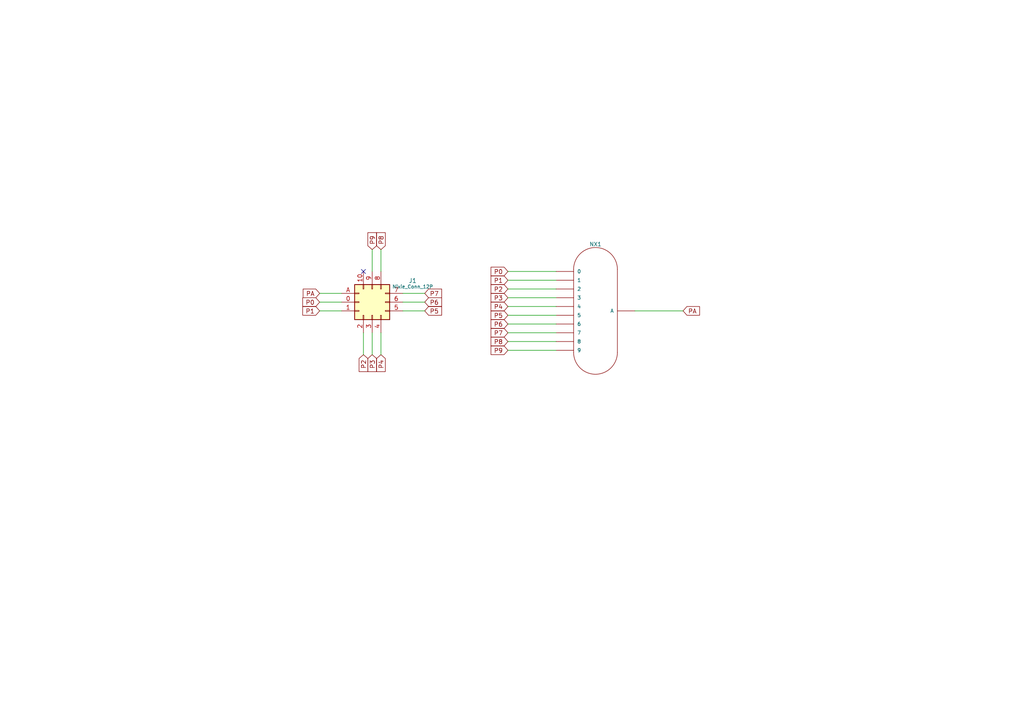
<source format=kicad_sch>
(kicad_sch (version 20230121) (generator eeschema)
  (paper "A4")
  (title_block (title "OpenNixie") (date "2023-02-15") (rev "v2.0"))
  (lib_symbols
    (symbol "Nixie_Clock:IN-12A" (pin_numbers hide) (pin_names (offset 1.016))
      (property "Reference" "NX" (at -5.715 19.685 0))
      (symbol "IN-12A_1_0"
        (polyline (pts (xy -7.62 -12.065) (xy -7.62 12.065)))
        (polyline (pts (xy 5.08 -12.065) (xy 5.08 12.065)))
      )
      (symbol "IN-12A_1_1"
        (arc (start -7.62 -12.065) (mid -1.27 -18.3874) (end 5.08 -12.065))
        (arc (start 5.08 12.065) (mid -1.27 18.3874) (end -7.62 12.065))
        (pin bidirectional line (at -12.7 11.43 0) (length 5.08) (name "0") (number "0"))
        (pin bidirectional line (at -12.7 8.89 0) (length 5.08) (name "1") (number "1"))
        (pin bidirectional line (at -12.7 6.35 0) (length 5.08) (name "2") (number "2"))
        (pin bidirectional line (at -12.7 3.81 0) (length 5.08) (name "3") (number "3"))
        (pin bidirectional line (at -12.7 1.27 0) (length 5.08) (name "4") (number "4"))
        (pin bidirectional line (at -12.7 -1.27 0) (length 5.08) (name "5") (number "5"))
        (pin bidirectional line (at -12.7 -3.81 0) (length 5.08) (name "6") (number "6"))
        (pin bidirectional line (at -12.7 -6.35 0) (length 5.08) (name "7") (number "7"))
        (pin bidirectional line (at -12.7 -8.89 0) (length 5.08) (name "8") (number "8"))
        (pin bidirectional line (at -12.7 -11.43 0) (length 5.08) (name "9") (number "9"))
        (pin bidirectional line (at 10.16 0 180) (length 5.08) (name "A") (number "A"))
      )
    )
    (symbol "Nixie_Clock:Nixie_Conn_12P" (pin_names (offset 1.016) hide)
      (property "Reference" "J" (at 19.05 1.27 0))
      (property "Value" "Nixie_Conn_12P" (at 19.05 -1.27 0))
      (symbol "Nixie_Conn_12P_1_1"
        (rectangle (start -5.08 -2.413) (end -3.81 -2.667) (stroke (width 0.1524)))
        (rectangle (start -5.08 0.127) (end -3.81 -0.127) (stroke (width 0.1524)))
        (rectangle (start -5.08 2.667) (end -3.81 2.413) (stroke (width 0.1524)))
        (rectangle (start -5.08 5.08) (end 5.08 -5.08) (stroke (width 0.254)) (fill (type background)))
        (rectangle (start -2.413 -3.81) (end -2.667 -5.08) (stroke (width 0.1524)))
        (rectangle (start -2.413 5.08) (end -2.667 3.81) (stroke (width 0.1524)))
        (rectangle (start 0.127 -3.81) (end -0.127 -5.08) (stroke (width 0.1524)))
        (rectangle (start 0.127 5.08) (end -0.127 3.81) (stroke (width 0.1524)))
        (rectangle (start 2.667 -3.81) (end 2.413 -5.08) (stroke (width 0.1524)))
        (rectangle (start 2.667 5.08) (end 2.413 3.81) (stroke (width 0.1524)))
        (rectangle (start 5.08 -2.667) (end 3.81 -2.413) (stroke (width 0.1524)))
        (rectangle (start 5.08 -0.127) (end 3.81 0.127) (stroke (width 0.1524)))
        (rectangle (start 5.08 2.413) (end 3.81 2.667) (stroke (width 0.1524)))
        (pin bidirectional line (at -8.89 0 0) (length 3.81) (name "0") (number "0"))
        (pin bidirectional line (at -8.89 -2.54 0) (length 3.81) (name "1") (number "1"))
        (pin bidirectional line (at -2.54 8.89 270) (length 3.81) (name "10") (number "10"))
        (pin bidirectional line (at -2.54 -8.89 90) (length 3.81) (name "2") (number "2"))
        (pin passive line (at 0 -8.89 90) (length 3.81) (name "3") (number "3"))
        (pin bidirectional line (at 2.54 -8.89 90) (length 3.81) (name "4") (number "4"))
        (pin bidirectional line (at 8.89 -2.54 180) (length 3.81) (name "5") (number "5"))
        (pin bidirectional line (at 8.89 0 180) (length 3.81) (name "6") (number "6"))
        (pin bidirectional line (at 8.89 2.54 180) (length 3.81) (name "7") (number "7"))
        (pin bidirectional line (at 2.54 8.89 270) (length 3.81) (name "8") (number "8"))
        (pin bidirectional line (at 0 8.89 270) (length 3.81) (name "9") (number "9"))
        (pin bidirectional line (at -8.89 2.54 0) (length 3.81) (name "A") (number "A"))
      )
    )
  )
  (no_connect (at 105.41 78.74))
  (wire (pts (xy 147.32 99.06) (xy 161.29 99.06)))
  (wire (pts (xy 147.32 88.9) (xy 161.29 88.9)))
  (wire (pts (xy 105.41 96.52) (xy 105.41 102.87)))
  (wire (pts (xy 147.32 91.44) (xy 161.29 91.44)))
  (wire (pts (xy 92.71 90.17) (xy 99.06 90.17)))
  (wire (pts (xy 107.95 72.39) (xy 107.95 78.74)))
  (wire (pts (xy 92.71 87.63) (xy 99.06 87.63)))
  (wire (pts (xy 147.32 78.74) (xy 161.29 78.74)))
  (wire (pts (xy 123.19 85.09) (xy 116.84 85.09)))
  (wire (pts (xy 184.15 90.17) (xy 198.12 90.17)))
  (wire (pts (xy 147.32 93.98) (xy 161.29 93.98)))
  (wire (pts (xy 123.19 87.63) (xy 116.84 87.63)))
  (wire (pts (xy 147.32 83.82) (xy 161.29 83.82)))
  (wire (pts (xy 110.49 96.52) (xy 110.49 102.87)))
  (wire (pts (xy 99.06 85.09) (xy 92.71 85.09)))
  (wire (pts (xy 147.32 81.28) (xy 161.29 81.28)))
  (wire (pts (xy 147.32 96.52) (xy 161.29 96.52)))
  (wire (pts (xy 147.32 101.6) (xy 161.29 101.6)))
  (wire (pts (xy 147.32 86.36) (xy 161.29 86.36)))
  (wire (pts (xy 123.19 90.17) (xy 116.84 90.17)))
  (wire (pts (xy 107.95 96.52) (xy 107.95 102.87)))
  (wire (pts (xy 110.49 72.39) (xy 110.49 78.74)))
  (global_label "P0" (shape input) (at 92.71 87.63 180) (property "Intersheetrefs" "${INTERSHEET_REFS}" (effects hide)))
  (global_label "P5" (shape input) (at 123.19 90.17 0) (property "Intersheetrefs" "${INTERSHEET_REFS}" (effects hide)))
  (global_label "P7" (shape input) (at 147.32 96.52 180) (property "Intersheetrefs" "${INTERSHEET_REFS}" (effects hide)))
  (global_label "P9" (shape input) (at 147.32 101.6 180) (property "Intersheetrefs" "${INTERSHEET_REFS}" (effects hide)))
  (global_label "P6" (shape input) (at 123.19 87.63 0) (property "Intersheetrefs" "${INTERSHEET_REFS}" (effects hide)))
  (global_label "P5" (shape input) (at 147.32 91.44 180) (property "Intersheetrefs" "${INTERSHEET_REFS}" (effects hide)))
  (global_label "P7" (shape input) (at 123.19 85.09 0) (property "Intersheetrefs" "${INTERSHEET_REFS}" (effects hide)))
  (global_label "P8" (shape input) (at 147.32 99.06 180) (property "Intersheetrefs" "${INTERSHEET_REFS}" (effects hide)))
  (global_label "P6" (shape input) (at 147.32 93.98 180) (property "Intersheetrefs" "${INTERSHEET_REFS}" (effects hide)))
  (global_label "PA" (shape input) (at 198.12 90.17 0) (property "Intersheetrefs" "${INTERSHEET_REFS}" (effects hide)))
  (global_label "P3" (shape input) (at 107.95 102.87 270) (property "Intersheetrefs" "${INTERSHEET_REFS}" (effects hide)))
  (global_label "PA" (shape input) (at 92.71 85.09 180) (property "Intersheetrefs" "${INTERSHEET_REFS}" (effects hide)))
  (global_label "P9" (shape input) (at 107.95 72.39 90) (property "Intersheetrefs" "${INTERSHEET_REFS}" (effects hide)))
  (global_label "P1" (shape input) (at 92.71 90.17 180) (property "Intersheetrefs" "${INTERSHEET_REFS}" (effects hide)))
  (global_label "P1" (shape input) (at 147.32 81.28 180) (property "Intersheetrefs" "${INTERSHEET_REFS}" (effects hide)))
  (global_label "P4" (shape input) (at 147.32 88.9 180) (property "Intersheetrefs" "${INTERSHEET_REFS}" (effects hide)))
  (global_label "P4" (shape input) (at 110.49 102.87 270) (property "Intersheetrefs" "${INTERSHEET_REFS}" (effects hide)))
  (global_label "P8" (shape input) (at 110.49 72.39 90) (property "Intersheetrefs" "${INTERSHEET_REFS}" (effects hide)))
  (global_label "P3" (shape input) (at 147.32 86.36 180) (property "Intersheetrefs" "${INTERSHEET_REFS}" (effects hide)))
  (global_label "P0" (shape input) (at 147.32 78.74 180) (property "Intersheetrefs" "${INTERSHEET_REFS}" (effects hide)))
  (global_label "P2" (shape input) (at 105.41 102.87 270) (property "Intersheetrefs" "${INTERSHEET_REFS}" (effects hide)))
  (global_label "P2" (shape input) (at 147.32 83.82 180) (property "Intersheetrefs" "${INTERSHEET_REFS}" (effects hide)))
  (symbol (lib_id "Nixie_Clock:Nixie_Conn_12P") (at 107.95 87.63 0) (unit 1)
    (property "Reference" "J1" (at 119.697 81.4183 0))
    (property "Value" "Nixie_Conn_12P" (at 119.697 83.1559 0) (effects (font (size 0.9906 0.9906))))
    (property "Footprint" "Nixie_Clock:Nixie_Conn_12P" (effects hide))
  )
  (symbol (lib_id "Nixie_Clock:IN-12A") (at 173.99 90.17 0) (unit 1)
    (property "Reference" "NX1" (at 172.72 70.8407 0) (effects (font (size 1.143 1.143))))
    (property "Value" "IN-12A" (effects hide))
    (property "Footprint" "Nixie_Clock:IN-12A" (effects hide))
  )
)
</source>
